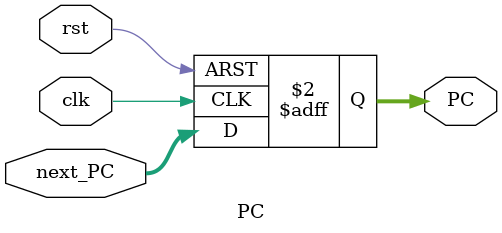
<source format=v>
module PC (
    input clk, rst,
    input [31:0] next_PC,
    output reg [31:0] PC
);

always @ (posedge clk or posedge rst)
begin
    if(rst) PC <= 32'h0; else
    PC <= next_PC;
end
endmodule
</source>
